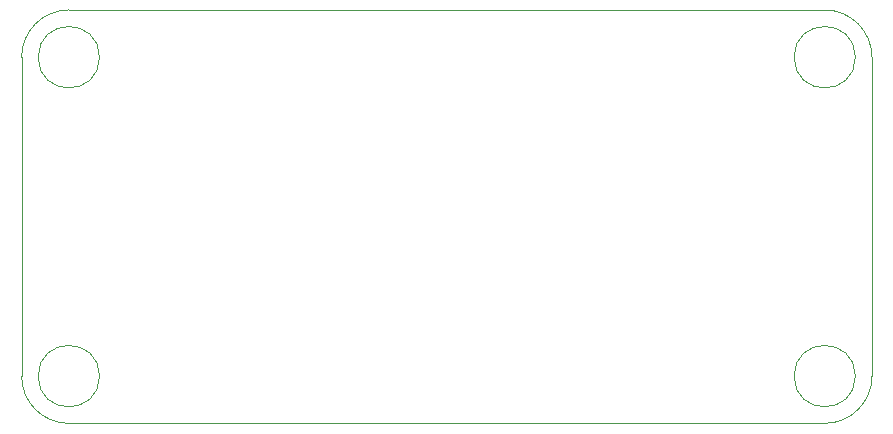
<source format=gbr>
%TF.GenerationSoftware,KiCad,Pcbnew,9.0.4*%
%TF.CreationDate,2025-09-26T20:26:33+07:00*%
%TF.ProjectId,ADS115ext,41445331-3135-4657-9874-2e6b69636164,rev?*%
%TF.SameCoordinates,Original*%
%TF.FileFunction,Profile,NP*%
%FSLAX46Y46*%
G04 Gerber Fmt 4.6, Leading zero omitted, Abs format (unit mm)*
G04 Created by KiCad (PCBNEW 9.0.4) date 2025-09-26 20:26:33*
%MOMM*%
%LPD*%
G01*
G04 APERTURE LIST*
%TA.AperFunction,Profile*%
%ADD10C,0.100000*%
%TD*%
%TA.AperFunction,Profile*%
%ADD11C,0.050000*%
%TD*%
G04 APERTURE END LIST*
D10*
X134600000Y-107000000D02*
G75*
G02*
X129400000Y-107000000I-2600000J0D01*
G01*
X129400000Y-107000000D02*
G75*
G02*
X134600000Y-107000000I2600000J0D01*
G01*
D11*
X128000000Y-80000000D02*
G75*
G02*
X132000000Y-76000000I4000000J0D01*
G01*
D10*
X198600000Y-80000000D02*
G75*
G02*
X193400000Y-80000000I-2600000J0D01*
G01*
X193400000Y-80000000D02*
G75*
G02*
X198600000Y-80000000I2600000J0D01*
G01*
D11*
X132000000Y-76000000D02*
X196000000Y-76000000D01*
D10*
X134600000Y-80000000D02*
G75*
G02*
X129400000Y-80000000I-2600000J0D01*
G01*
X129400000Y-80000000D02*
G75*
G02*
X134600000Y-80000000I2600000J0D01*
G01*
D11*
X200000000Y-80000000D02*
X200000000Y-107000000D01*
X196000000Y-111000000D02*
X132000000Y-111000000D01*
X196000000Y-76000000D02*
G75*
G02*
X200000000Y-80000000I0J-4000000D01*
G01*
X200000000Y-107000000D02*
G75*
G02*
X196000000Y-111000000I-4000000J0D01*
G01*
D10*
X198600000Y-107000000D02*
G75*
G02*
X193400000Y-107000000I-2600000J0D01*
G01*
X193400000Y-107000000D02*
G75*
G02*
X198600000Y-107000000I2600000J0D01*
G01*
D11*
X132000000Y-111000000D02*
G75*
G02*
X128000000Y-107000000I0J4000000D01*
G01*
X128000000Y-107000000D02*
X128000000Y-80000000D01*
M02*

</source>
